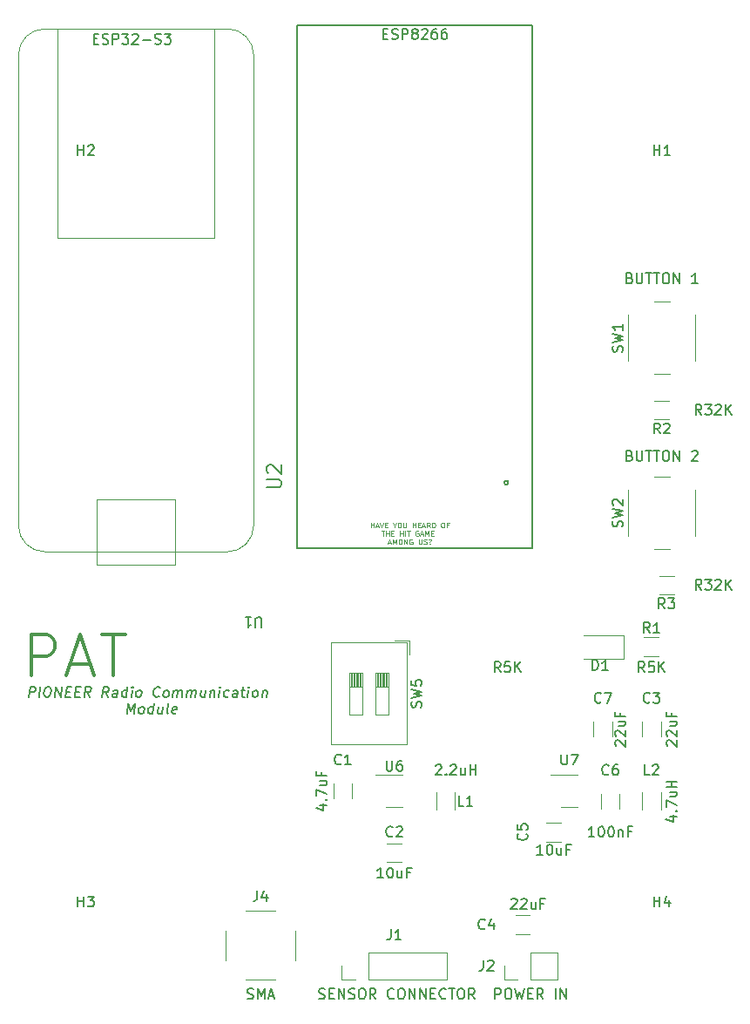
<source format=gbr>
%TF.GenerationSoftware,KiCad,Pcbnew,(6.0.10-0)*%
%TF.CreationDate,2023-01-18T17:38:16-08:00*%
%TF.ProjectId,Pioneer Controller V2,50696f6e-6565-4722-9043-6f6e74726f6c,rev?*%
%TF.SameCoordinates,Original*%
%TF.FileFunction,Legend,Top*%
%TF.FilePolarity,Positive*%
%FSLAX46Y46*%
G04 Gerber Fmt 4.6, Leading zero omitted, Abs format (unit mm)*
G04 Created by KiCad (PCBNEW (6.0.10-0)) date 2023-01-18 17:38:16*
%MOMM*%
%LPD*%
G01*
G04 APERTURE LIST*
%ADD10C,0.150000*%
%ADD11C,0.300000*%
%ADD12C,0.125000*%
%ADD13C,0.120000*%
%ADD14C,0.127000*%
%ADD15C,0.203200*%
G04 APERTURE END LIST*
D10*
X76797619Y-118202380D02*
X76797619Y-117202380D01*
X77178571Y-117202380D01*
X77273809Y-117250000D01*
X77321428Y-117297619D01*
X77369047Y-117392857D01*
X77369047Y-117535714D01*
X77321428Y-117630952D01*
X77273809Y-117678571D01*
X77178571Y-117726190D01*
X76797619Y-117726190D01*
X77988095Y-117202380D02*
X78178571Y-117202380D01*
X78273809Y-117250000D01*
X78369047Y-117345238D01*
X78416666Y-117535714D01*
X78416666Y-117869047D01*
X78369047Y-118059523D01*
X78273809Y-118154761D01*
X78178571Y-118202380D01*
X77988095Y-118202380D01*
X77892857Y-118154761D01*
X77797619Y-118059523D01*
X77750000Y-117869047D01*
X77750000Y-117535714D01*
X77797619Y-117345238D01*
X77892857Y-117250000D01*
X77988095Y-117202380D01*
X78750000Y-117202380D02*
X78988095Y-118202380D01*
X79178571Y-117488095D01*
X79369047Y-118202380D01*
X79607142Y-117202380D01*
X79988095Y-117678571D02*
X80321428Y-117678571D01*
X80464285Y-118202380D02*
X79988095Y-118202380D01*
X79988095Y-117202380D01*
X80464285Y-117202380D01*
X81464285Y-118202380D02*
X81130952Y-117726190D01*
X80892857Y-118202380D02*
X80892857Y-117202380D01*
X81273809Y-117202380D01*
X81369047Y-117250000D01*
X81416666Y-117297619D01*
X81464285Y-117392857D01*
X81464285Y-117535714D01*
X81416666Y-117630952D01*
X81369047Y-117678571D01*
X81273809Y-117726190D01*
X80892857Y-117726190D01*
X82654761Y-118202380D02*
X82654761Y-117202380D01*
X83130952Y-118202380D02*
X83130952Y-117202380D01*
X83702380Y-118202380D01*
X83702380Y-117202380D01*
X59678571Y-118154761D02*
X59821428Y-118202380D01*
X60059523Y-118202380D01*
X60154761Y-118154761D01*
X60202380Y-118107142D01*
X60250000Y-118011904D01*
X60250000Y-117916666D01*
X60202380Y-117821428D01*
X60154761Y-117773809D01*
X60059523Y-117726190D01*
X59869047Y-117678571D01*
X59773809Y-117630952D01*
X59726190Y-117583333D01*
X59678571Y-117488095D01*
X59678571Y-117392857D01*
X59726190Y-117297619D01*
X59773809Y-117250000D01*
X59869047Y-117202380D01*
X60107142Y-117202380D01*
X60250000Y-117250000D01*
X60678571Y-117678571D02*
X61011904Y-117678571D01*
X61154761Y-118202380D02*
X60678571Y-118202380D01*
X60678571Y-117202380D01*
X61154761Y-117202380D01*
X61583333Y-118202380D02*
X61583333Y-117202380D01*
X62154761Y-118202380D01*
X62154761Y-117202380D01*
X62583333Y-118154761D02*
X62726190Y-118202380D01*
X62964285Y-118202380D01*
X63059523Y-118154761D01*
X63107142Y-118107142D01*
X63154761Y-118011904D01*
X63154761Y-117916666D01*
X63107142Y-117821428D01*
X63059523Y-117773809D01*
X62964285Y-117726190D01*
X62773809Y-117678571D01*
X62678571Y-117630952D01*
X62630952Y-117583333D01*
X62583333Y-117488095D01*
X62583333Y-117392857D01*
X62630952Y-117297619D01*
X62678571Y-117250000D01*
X62773809Y-117202380D01*
X63011904Y-117202380D01*
X63154761Y-117250000D01*
X63773809Y-117202380D02*
X63964285Y-117202380D01*
X64059523Y-117250000D01*
X64154761Y-117345238D01*
X64202380Y-117535714D01*
X64202380Y-117869047D01*
X64154761Y-118059523D01*
X64059523Y-118154761D01*
X63964285Y-118202380D01*
X63773809Y-118202380D01*
X63678571Y-118154761D01*
X63583333Y-118059523D01*
X63535714Y-117869047D01*
X63535714Y-117535714D01*
X63583333Y-117345238D01*
X63678571Y-117250000D01*
X63773809Y-117202380D01*
X65202380Y-118202380D02*
X64869047Y-117726190D01*
X64630952Y-118202380D02*
X64630952Y-117202380D01*
X65011904Y-117202380D01*
X65107142Y-117250000D01*
X65154761Y-117297619D01*
X65202380Y-117392857D01*
X65202380Y-117535714D01*
X65154761Y-117630952D01*
X65107142Y-117678571D01*
X65011904Y-117726190D01*
X64630952Y-117726190D01*
X66964285Y-118107142D02*
X66916666Y-118154761D01*
X66773809Y-118202380D01*
X66678571Y-118202380D01*
X66535714Y-118154761D01*
X66440476Y-118059523D01*
X66392857Y-117964285D01*
X66345238Y-117773809D01*
X66345238Y-117630952D01*
X66392857Y-117440476D01*
X66440476Y-117345238D01*
X66535714Y-117250000D01*
X66678571Y-117202380D01*
X66773809Y-117202380D01*
X66916666Y-117250000D01*
X66964285Y-117297619D01*
X67583333Y-117202380D02*
X67773809Y-117202380D01*
X67869047Y-117250000D01*
X67964285Y-117345238D01*
X68011904Y-117535714D01*
X68011904Y-117869047D01*
X67964285Y-118059523D01*
X67869047Y-118154761D01*
X67773809Y-118202380D01*
X67583333Y-118202380D01*
X67488095Y-118154761D01*
X67392857Y-118059523D01*
X67345238Y-117869047D01*
X67345238Y-117535714D01*
X67392857Y-117345238D01*
X67488095Y-117250000D01*
X67583333Y-117202380D01*
X68440476Y-118202380D02*
X68440476Y-117202380D01*
X69011904Y-118202380D01*
X69011904Y-117202380D01*
X69488095Y-118202380D02*
X69488095Y-117202380D01*
X70059523Y-118202380D01*
X70059523Y-117202380D01*
X70535714Y-117678571D02*
X70869047Y-117678571D01*
X71011904Y-118202380D02*
X70535714Y-118202380D01*
X70535714Y-117202380D01*
X71011904Y-117202380D01*
X72011904Y-118107142D02*
X71964285Y-118154761D01*
X71821428Y-118202380D01*
X71726190Y-118202380D01*
X71583333Y-118154761D01*
X71488095Y-118059523D01*
X71440476Y-117964285D01*
X71392857Y-117773809D01*
X71392857Y-117630952D01*
X71440476Y-117440476D01*
X71488095Y-117345238D01*
X71583333Y-117250000D01*
X71726190Y-117202380D01*
X71821428Y-117202380D01*
X71964285Y-117250000D01*
X72011904Y-117297619D01*
X72297619Y-117202380D02*
X72869047Y-117202380D01*
X72583333Y-118202380D02*
X72583333Y-117202380D01*
X73392857Y-117202380D02*
X73583333Y-117202380D01*
X73678571Y-117250000D01*
X73773809Y-117345238D01*
X73821428Y-117535714D01*
X73821428Y-117869047D01*
X73773809Y-118059523D01*
X73678571Y-118154761D01*
X73583333Y-118202380D01*
X73392857Y-118202380D01*
X73297619Y-118154761D01*
X73202380Y-118059523D01*
X73154761Y-117869047D01*
X73154761Y-117535714D01*
X73202380Y-117345238D01*
X73297619Y-117250000D01*
X73392857Y-117202380D01*
X74821428Y-118202380D02*
X74488095Y-117726190D01*
X74250000Y-118202380D02*
X74250000Y-117202380D01*
X74630952Y-117202380D01*
X74726190Y-117250000D01*
X74773809Y-117297619D01*
X74821428Y-117392857D01*
X74821428Y-117535714D01*
X74773809Y-117630952D01*
X74726190Y-117678571D01*
X74630952Y-117726190D01*
X74250000Y-117726190D01*
X37785714Y-24928571D02*
X38119047Y-24928571D01*
X38261904Y-25452380D02*
X37785714Y-25452380D01*
X37785714Y-24452380D01*
X38261904Y-24452380D01*
X38642857Y-25404761D02*
X38785714Y-25452380D01*
X39023809Y-25452380D01*
X39119047Y-25404761D01*
X39166666Y-25357142D01*
X39214285Y-25261904D01*
X39214285Y-25166666D01*
X39166666Y-25071428D01*
X39119047Y-25023809D01*
X39023809Y-24976190D01*
X38833333Y-24928571D01*
X38738095Y-24880952D01*
X38690476Y-24833333D01*
X38642857Y-24738095D01*
X38642857Y-24642857D01*
X38690476Y-24547619D01*
X38738095Y-24500000D01*
X38833333Y-24452380D01*
X39071428Y-24452380D01*
X39214285Y-24500000D01*
X39642857Y-25452380D02*
X39642857Y-24452380D01*
X40023809Y-24452380D01*
X40119047Y-24500000D01*
X40166666Y-24547619D01*
X40214285Y-24642857D01*
X40214285Y-24785714D01*
X40166666Y-24880952D01*
X40119047Y-24928571D01*
X40023809Y-24976190D01*
X39642857Y-24976190D01*
X40547619Y-24452380D02*
X41166666Y-24452380D01*
X40833333Y-24833333D01*
X40976190Y-24833333D01*
X41071428Y-24880952D01*
X41119047Y-24928571D01*
X41166666Y-25023809D01*
X41166666Y-25261904D01*
X41119047Y-25357142D01*
X41071428Y-25404761D01*
X40976190Y-25452380D01*
X40690476Y-25452380D01*
X40595238Y-25404761D01*
X40547619Y-25357142D01*
X41547619Y-24547619D02*
X41595238Y-24500000D01*
X41690476Y-24452380D01*
X41928571Y-24452380D01*
X42023809Y-24500000D01*
X42071428Y-24547619D01*
X42119047Y-24642857D01*
X42119047Y-24738095D01*
X42071428Y-24880952D01*
X41500000Y-25452380D01*
X42119047Y-25452380D01*
X42547619Y-25071428D02*
X43309523Y-25071428D01*
X43738095Y-25404761D02*
X43880952Y-25452380D01*
X44119047Y-25452380D01*
X44214285Y-25404761D01*
X44261904Y-25357142D01*
X44309523Y-25261904D01*
X44309523Y-25166666D01*
X44261904Y-25071428D01*
X44214285Y-25023809D01*
X44119047Y-24976190D01*
X43928571Y-24928571D01*
X43833333Y-24880952D01*
X43785714Y-24833333D01*
X43738095Y-24738095D01*
X43738095Y-24642857D01*
X43785714Y-24547619D01*
X43833333Y-24500000D01*
X43928571Y-24452380D01*
X44166666Y-24452380D01*
X44309523Y-24500000D01*
X44642857Y-24452380D02*
X45261904Y-24452380D01*
X44928571Y-24833333D01*
X45071428Y-24833333D01*
X45166666Y-24880952D01*
X45214285Y-24928571D01*
X45261904Y-25023809D01*
X45261904Y-25261904D01*
X45214285Y-25357142D01*
X45166666Y-25404761D01*
X45071428Y-25452380D01*
X44785714Y-25452380D01*
X44690476Y-25404761D01*
X44642857Y-25357142D01*
D11*
X31714285Y-86809523D02*
X31714285Y-82809523D01*
X33238095Y-82809523D01*
X33619047Y-83000000D01*
X33809523Y-83190476D01*
X34000000Y-83571428D01*
X34000000Y-84142857D01*
X33809523Y-84523809D01*
X33619047Y-84714285D01*
X33238095Y-84904761D01*
X31714285Y-84904761D01*
X35523809Y-85666666D02*
X37428571Y-85666666D01*
X35142857Y-86809523D02*
X36476190Y-82809523D01*
X37809523Y-86809523D01*
X38571428Y-82809523D02*
X40857142Y-82809523D01*
X39714285Y-86809523D02*
X39714285Y-82809523D01*
D10*
X89880952Y-65428571D02*
X90023809Y-65476190D01*
X90071428Y-65523809D01*
X90119047Y-65619047D01*
X90119047Y-65761904D01*
X90071428Y-65857142D01*
X90023809Y-65904761D01*
X89928571Y-65952380D01*
X89547619Y-65952380D01*
X89547619Y-64952380D01*
X89880952Y-64952380D01*
X89976190Y-65000000D01*
X90023809Y-65047619D01*
X90071428Y-65142857D01*
X90071428Y-65238095D01*
X90023809Y-65333333D01*
X89976190Y-65380952D01*
X89880952Y-65428571D01*
X89547619Y-65428571D01*
X90547619Y-64952380D02*
X90547619Y-65761904D01*
X90595238Y-65857142D01*
X90642857Y-65904761D01*
X90738095Y-65952380D01*
X90928571Y-65952380D01*
X91023809Y-65904761D01*
X91071428Y-65857142D01*
X91119047Y-65761904D01*
X91119047Y-64952380D01*
X91452380Y-64952380D02*
X92023809Y-64952380D01*
X91738095Y-65952380D02*
X91738095Y-64952380D01*
X92214285Y-64952380D02*
X92785714Y-64952380D01*
X92500000Y-65952380D02*
X92500000Y-64952380D01*
X93309523Y-64952380D02*
X93500000Y-64952380D01*
X93595238Y-65000000D01*
X93690476Y-65095238D01*
X93738095Y-65285714D01*
X93738095Y-65619047D01*
X93690476Y-65809523D01*
X93595238Y-65904761D01*
X93500000Y-65952380D01*
X93309523Y-65952380D01*
X93214285Y-65904761D01*
X93119047Y-65809523D01*
X93071428Y-65619047D01*
X93071428Y-65285714D01*
X93119047Y-65095238D01*
X93214285Y-65000000D01*
X93309523Y-64952380D01*
X94166666Y-65952380D02*
X94166666Y-64952380D01*
X94738095Y-65952380D01*
X94738095Y-64952380D01*
X95928571Y-65047619D02*
X95976190Y-65000000D01*
X96071428Y-64952380D01*
X96309523Y-64952380D01*
X96404761Y-65000000D01*
X96452380Y-65047619D01*
X96500000Y-65142857D01*
X96500000Y-65238095D01*
X96452380Y-65380952D01*
X95880952Y-65952380D01*
X96500000Y-65952380D01*
X81428571Y-104202380D02*
X80857142Y-104202380D01*
X81142857Y-104202380D02*
X81142857Y-103202380D01*
X81047619Y-103345238D01*
X80952380Y-103440476D01*
X80857142Y-103488095D01*
X82047619Y-103202380D02*
X82142857Y-103202380D01*
X82238095Y-103250000D01*
X82285714Y-103297619D01*
X82333333Y-103392857D01*
X82380952Y-103583333D01*
X82380952Y-103821428D01*
X82333333Y-104011904D01*
X82285714Y-104107142D01*
X82238095Y-104154761D01*
X82142857Y-104202380D01*
X82047619Y-104202380D01*
X81952380Y-104154761D01*
X81904761Y-104107142D01*
X81857142Y-104011904D01*
X81809523Y-103821428D01*
X81809523Y-103583333D01*
X81857142Y-103392857D01*
X81904761Y-103297619D01*
X81952380Y-103250000D01*
X82047619Y-103202380D01*
X83238095Y-103535714D02*
X83238095Y-104202380D01*
X82809523Y-103535714D02*
X82809523Y-104059523D01*
X82857142Y-104154761D01*
X82952380Y-104202380D01*
X83095238Y-104202380D01*
X83190476Y-104154761D01*
X83238095Y-104107142D01*
X84047619Y-103678571D02*
X83714285Y-103678571D01*
X83714285Y-104202380D02*
X83714285Y-103202380D01*
X84190476Y-103202380D01*
X78357142Y-108547619D02*
X78404761Y-108500000D01*
X78500000Y-108452380D01*
X78738095Y-108452380D01*
X78833333Y-108500000D01*
X78880952Y-108547619D01*
X78928571Y-108642857D01*
X78928571Y-108738095D01*
X78880952Y-108880952D01*
X78309523Y-109452380D01*
X78928571Y-109452380D01*
X79309523Y-108547619D02*
X79357142Y-108500000D01*
X79452380Y-108452380D01*
X79690476Y-108452380D01*
X79785714Y-108500000D01*
X79833333Y-108547619D01*
X79880952Y-108642857D01*
X79880952Y-108738095D01*
X79833333Y-108880952D01*
X79261904Y-109452380D01*
X79880952Y-109452380D01*
X80738095Y-108785714D02*
X80738095Y-109452380D01*
X80309523Y-108785714D02*
X80309523Y-109309523D01*
X80357142Y-109404761D01*
X80452380Y-109452380D01*
X80595238Y-109452380D01*
X80690476Y-109404761D01*
X80738095Y-109357142D01*
X81547619Y-108928571D02*
X81214285Y-108928571D01*
X81214285Y-109452380D02*
X81214285Y-108452380D01*
X81690476Y-108452380D01*
X89880952Y-48178571D02*
X90023809Y-48226190D01*
X90071428Y-48273809D01*
X90119047Y-48369047D01*
X90119047Y-48511904D01*
X90071428Y-48607142D01*
X90023809Y-48654761D01*
X89928571Y-48702380D01*
X89547619Y-48702380D01*
X89547619Y-47702380D01*
X89880952Y-47702380D01*
X89976190Y-47750000D01*
X90023809Y-47797619D01*
X90071428Y-47892857D01*
X90071428Y-47988095D01*
X90023809Y-48083333D01*
X89976190Y-48130952D01*
X89880952Y-48178571D01*
X89547619Y-48178571D01*
X90547619Y-47702380D02*
X90547619Y-48511904D01*
X90595238Y-48607142D01*
X90642857Y-48654761D01*
X90738095Y-48702380D01*
X90928571Y-48702380D01*
X91023809Y-48654761D01*
X91071428Y-48607142D01*
X91119047Y-48511904D01*
X91119047Y-47702380D01*
X91452380Y-47702380D02*
X92023809Y-47702380D01*
X91738095Y-48702380D02*
X91738095Y-47702380D01*
X92214285Y-47702380D02*
X92785714Y-47702380D01*
X92500000Y-48702380D02*
X92500000Y-47702380D01*
X93309523Y-47702380D02*
X93500000Y-47702380D01*
X93595238Y-47750000D01*
X93690476Y-47845238D01*
X93738095Y-48035714D01*
X93738095Y-48369047D01*
X93690476Y-48559523D01*
X93595238Y-48654761D01*
X93500000Y-48702380D01*
X93309523Y-48702380D01*
X93214285Y-48654761D01*
X93119047Y-48559523D01*
X93071428Y-48369047D01*
X93071428Y-48035714D01*
X93119047Y-47845238D01*
X93214285Y-47750000D01*
X93309523Y-47702380D01*
X94166666Y-48702380D02*
X94166666Y-47702380D01*
X94738095Y-48702380D01*
X94738095Y-47702380D01*
X96500000Y-48702380D02*
X95928571Y-48702380D01*
X96214285Y-48702380D02*
X96214285Y-47702380D01*
X96119047Y-47845238D01*
X96023809Y-47940476D01*
X95928571Y-47988095D01*
X52714285Y-118154761D02*
X52857142Y-118202380D01*
X53095238Y-118202380D01*
X53190476Y-118154761D01*
X53238095Y-118107142D01*
X53285714Y-118011904D01*
X53285714Y-117916666D01*
X53238095Y-117821428D01*
X53190476Y-117773809D01*
X53095238Y-117726190D01*
X52904761Y-117678571D01*
X52809523Y-117630952D01*
X52761904Y-117583333D01*
X52714285Y-117488095D01*
X52714285Y-117392857D01*
X52761904Y-117297619D01*
X52809523Y-117250000D01*
X52904761Y-117202380D01*
X53142857Y-117202380D01*
X53285714Y-117250000D01*
X53714285Y-118202380D02*
X53714285Y-117202380D01*
X54047619Y-117916666D01*
X54380952Y-117202380D01*
X54380952Y-118202380D01*
X54809523Y-117916666D02*
X55285714Y-117916666D01*
X54714285Y-118202380D02*
X55047619Y-117202380D01*
X55380952Y-118202380D01*
X65904761Y-24428571D02*
X66238095Y-24428571D01*
X66380952Y-24952380D02*
X65904761Y-24952380D01*
X65904761Y-23952380D01*
X66380952Y-23952380D01*
X66761904Y-24904761D02*
X66904761Y-24952380D01*
X67142857Y-24952380D01*
X67238095Y-24904761D01*
X67285714Y-24857142D01*
X67333333Y-24761904D01*
X67333333Y-24666666D01*
X67285714Y-24571428D01*
X67238095Y-24523809D01*
X67142857Y-24476190D01*
X66952380Y-24428571D01*
X66857142Y-24380952D01*
X66809523Y-24333333D01*
X66761904Y-24238095D01*
X66761904Y-24142857D01*
X66809523Y-24047619D01*
X66857142Y-24000000D01*
X66952380Y-23952380D01*
X67190476Y-23952380D01*
X67333333Y-24000000D01*
X67761904Y-24952380D02*
X67761904Y-23952380D01*
X68142857Y-23952380D01*
X68238095Y-24000000D01*
X68285714Y-24047619D01*
X68333333Y-24142857D01*
X68333333Y-24285714D01*
X68285714Y-24380952D01*
X68238095Y-24428571D01*
X68142857Y-24476190D01*
X67761904Y-24476190D01*
X68904761Y-24380952D02*
X68809523Y-24333333D01*
X68761904Y-24285714D01*
X68714285Y-24190476D01*
X68714285Y-24142857D01*
X68761904Y-24047619D01*
X68809523Y-24000000D01*
X68904761Y-23952380D01*
X69095238Y-23952380D01*
X69190476Y-24000000D01*
X69238095Y-24047619D01*
X69285714Y-24142857D01*
X69285714Y-24190476D01*
X69238095Y-24285714D01*
X69190476Y-24333333D01*
X69095238Y-24380952D01*
X68904761Y-24380952D01*
X68809523Y-24428571D01*
X68761904Y-24476190D01*
X68714285Y-24571428D01*
X68714285Y-24761904D01*
X68761904Y-24857142D01*
X68809523Y-24904761D01*
X68904761Y-24952380D01*
X69095238Y-24952380D01*
X69190476Y-24904761D01*
X69238095Y-24857142D01*
X69285714Y-24761904D01*
X69285714Y-24571428D01*
X69238095Y-24476190D01*
X69190476Y-24428571D01*
X69095238Y-24380952D01*
X69666666Y-24047619D02*
X69714285Y-24000000D01*
X69809523Y-23952380D01*
X70047619Y-23952380D01*
X70142857Y-24000000D01*
X70190476Y-24047619D01*
X70238095Y-24142857D01*
X70238095Y-24238095D01*
X70190476Y-24380952D01*
X69619047Y-24952380D01*
X70238095Y-24952380D01*
X71095238Y-23952380D02*
X70904761Y-23952380D01*
X70809523Y-24000000D01*
X70761904Y-24047619D01*
X70666666Y-24190476D01*
X70619047Y-24380952D01*
X70619047Y-24761904D01*
X70666666Y-24857142D01*
X70714285Y-24904761D01*
X70809523Y-24952380D01*
X71000000Y-24952380D01*
X71095238Y-24904761D01*
X71142857Y-24857142D01*
X71190476Y-24761904D01*
X71190476Y-24523809D01*
X71142857Y-24428571D01*
X71095238Y-24380952D01*
X71000000Y-24333333D01*
X70809523Y-24333333D01*
X70714285Y-24380952D01*
X70666666Y-24428571D01*
X70619047Y-24523809D01*
X72047619Y-23952380D02*
X71857142Y-23952380D01*
X71761904Y-24000000D01*
X71714285Y-24047619D01*
X71619047Y-24190476D01*
X71571428Y-24380952D01*
X71571428Y-24761904D01*
X71619047Y-24857142D01*
X71666666Y-24904761D01*
X71761904Y-24952380D01*
X71952380Y-24952380D01*
X72047619Y-24904761D01*
X72095238Y-24857142D01*
X72142857Y-24761904D01*
X72142857Y-24523809D01*
X72095238Y-24428571D01*
X72047619Y-24380952D01*
X71952380Y-24333333D01*
X71761904Y-24333333D01*
X71666666Y-24380952D01*
X71619047Y-24428571D01*
X71571428Y-24523809D01*
X65928571Y-106452380D02*
X65357142Y-106452380D01*
X65642857Y-106452380D02*
X65642857Y-105452380D01*
X65547619Y-105595238D01*
X65452380Y-105690476D01*
X65357142Y-105738095D01*
X66547619Y-105452380D02*
X66642857Y-105452380D01*
X66738095Y-105500000D01*
X66785714Y-105547619D01*
X66833333Y-105642857D01*
X66880952Y-105833333D01*
X66880952Y-106071428D01*
X66833333Y-106261904D01*
X66785714Y-106357142D01*
X66738095Y-106404761D01*
X66642857Y-106452380D01*
X66547619Y-106452380D01*
X66452380Y-106404761D01*
X66404761Y-106357142D01*
X66357142Y-106261904D01*
X66309523Y-106071428D01*
X66309523Y-105833333D01*
X66357142Y-105642857D01*
X66404761Y-105547619D01*
X66452380Y-105500000D01*
X66547619Y-105452380D01*
X67738095Y-105785714D02*
X67738095Y-106452380D01*
X67309523Y-105785714D02*
X67309523Y-106309523D01*
X67357142Y-106404761D01*
X67452380Y-106452380D01*
X67595238Y-106452380D01*
X67690476Y-106404761D01*
X67738095Y-106357142D01*
X68547619Y-105928571D02*
X68214285Y-105928571D01*
X68214285Y-106452380D02*
X68214285Y-105452380D01*
X68690476Y-105452380D01*
X88547619Y-93642857D02*
X88500000Y-93595238D01*
X88452380Y-93500000D01*
X88452380Y-93261904D01*
X88500000Y-93166666D01*
X88547619Y-93119047D01*
X88642857Y-93071428D01*
X88738095Y-93071428D01*
X88880952Y-93119047D01*
X89452380Y-93690476D01*
X89452380Y-93071428D01*
X88547619Y-92690476D02*
X88500000Y-92642857D01*
X88452380Y-92547619D01*
X88452380Y-92309523D01*
X88500000Y-92214285D01*
X88547619Y-92166666D01*
X88642857Y-92119047D01*
X88738095Y-92119047D01*
X88880952Y-92166666D01*
X89452380Y-92738095D01*
X89452380Y-92119047D01*
X88785714Y-91261904D02*
X89452380Y-91261904D01*
X88785714Y-91690476D02*
X89309523Y-91690476D01*
X89404761Y-91642857D01*
X89452380Y-91547619D01*
X89452380Y-91404761D01*
X89404761Y-91309523D01*
X89357142Y-91261904D01*
X88928571Y-90452380D02*
X88928571Y-90785714D01*
X89452380Y-90785714D02*
X88452380Y-90785714D01*
X88452380Y-90309523D01*
X77333333Y-86452380D02*
X77000000Y-85976190D01*
X76761904Y-86452380D02*
X76761904Y-85452380D01*
X77142857Y-85452380D01*
X77238095Y-85500000D01*
X77285714Y-85547619D01*
X77333333Y-85642857D01*
X77333333Y-85785714D01*
X77285714Y-85880952D01*
X77238095Y-85928571D01*
X77142857Y-85976190D01*
X76761904Y-85976190D01*
X78238095Y-85452380D02*
X77761904Y-85452380D01*
X77714285Y-85928571D01*
X77761904Y-85880952D01*
X77857142Y-85833333D01*
X78095238Y-85833333D01*
X78190476Y-85880952D01*
X78238095Y-85928571D01*
X78285714Y-86023809D01*
X78285714Y-86261904D01*
X78238095Y-86357142D01*
X78190476Y-86404761D01*
X78095238Y-86452380D01*
X77857142Y-86452380D01*
X77761904Y-86404761D01*
X77714285Y-86357142D01*
X78714285Y-86452380D02*
X78714285Y-85452380D01*
X79285714Y-86452380D02*
X78857142Y-85880952D01*
X79285714Y-85452380D02*
X78714285Y-86023809D01*
X93547619Y-93642857D02*
X93500000Y-93595238D01*
X93452380Y-93500000D01*
X93452380Y-93261904D01*
X93500000Y-93166666D01*
X93547619Y-93119047D01*
X93642857Y-93071428D01*
X93738095Y-93071428D01*
X93880952Y-93119047D01*
X94452380Y-93690476D01*
X94452380Y-93071428D01*
X93547619Y-92690476D02*
X93500000Y-92642857D01*
X93452380Y-92547619D01*
X93452380Y-92309523D01*
X93500000Y-92214285D01*
X93547619Y-92166666D01*
X93642857Y-92119047D01*
X93738095Y-92119047D01*
X93880952Y-92166666D01*
X94452380Y-92738095D01*
X94452380Y-92119047D01*
X93785714Y-91261904D02*
X94452380Y-91261904D01*
X93785714Y-91690476D02*
X94309523Y-91690476D01*
X94404761Y-91642857D01*
X94452380Y-91547619D01*
X94452380Y-91404761D01*
X94404761Y-91309523D01*
X94357142Y-91261904D01*
X93928571Y-90452380D02*
X93928571Y-90785714D01*
X94452380Y-90785714D02*
X93452380Y-90785714D01*
X93452380Y-90309523D01*
X93785714Y-100500000D02*
X94452380Y-100500000D01*
X93404761Y-100738095D02*
X94119047Y-100976190D01*
X94119047Y-100357142D01*
X94357142Y-99976190D02*
X94404761Y-99928571D01*
X94452380Y-99976190D01*
X94404761Y-100023809D01*
X94357142Y-99976190D01*
X94452380Y-99976190D01*
X93452380Y-99595238D02*
X93452380Y-98928571D01*
X94452380Y-99357142D01*
X93785714Y-98119047D02*
X94452380Y-98119047D01*
X93785714Y-98547619D02*
X94309523Y-98547619D01*
X94404761Y-98500000D01*
X94452380Y-98404761D01*
X94452380Y-98261904D01*
X94404761Y-98166666D01*
X94357142Y-98119047D01*
X94452380Y-97642857D02*
X93452380Y-97642857D01*
X93928571Y-97642857D02*
X93928571Y-97071428D01*
X94452380Y-97071428D02*
X93452380Y-97071428D01*
D12*
X64714285Y-72421190D02*
X64714285Y-71921190D01*
X64714285Y-72159285D02*
X65000000Y-72159285D01*
X65000000Y-72421190D02*
X65000000Y-71921190D01*
X65214285Y-72278333D02*
X65452380Y-72278333D01*
X65166666Y-72421190D02*
X65333333Y-71921190D01*
X65500000Y-72421190D01*
X65595238Y-71921190D02*
X65761904Y-72421190D01*
X65928571Y-71921190D01*
X66095238Y-72159285D02*
X66261904Y-72159285D01*
X66333333Y-72421190D02*
X66095238Y-72421190D01*
X66095238Y-71921190D01*
X66333333Y-71921190D01*
X67023809Y-72183095D02*
X67023809Y-72421190D01*
X66857142Y-71921190D02*
X67023809Y-72183095D01*
X67190476Y-71921190D01*
X67452380Y-71921190D02*
X67547619Y-71921190D01*
X67595238Y-71945000D01*
X67642857Y-71992619D01*
X67666666Y-72087857D01*
X67666666Y-72254523D01*
X67642857Y-72349761D01*
X67595238Y-72397380D01*
X67547619Y-72421190D01*
X67452380Y-72421190D01*
X67404761Y-72397380D01*
X67357142Y-72349761D01*
X67333333Y-72254523D01*
X67333333Y-72087857D01*
X67357142Y-71992619D01*
X67404761Y-71945000D01*
X67452380Y-71921190D01*
X67880952Y-71921190D02*
X67880952Y-72325952D01*
X67904761Y-72373571D01*
X67928571Y-72397380D01*
X67976190Y-72421190D01*
X68071428Y-72421190D01*
X68119047Y-72397380D01*
X68142857Y-72373571D01*
X68166666Y-72325952D01*
X68166666Y-71921190D01*
X68785714Y-72421190D02*
X68785714Y-71921190D01*
X68785714Y-72159285D02*
X69071428Y-72159285D01*
X69071428Y-72421190D02*
X69071428Y-71921190D01*
X69309523Y-72159285D02*
X69476190Y-72159285D01*
X69547619Y-72421190D02*
X69309523Y-72421190D01*
X69309523Y-71921190D01*
X69547619Y-71921190D01*
X69738095Y-72278333D02*
X69976190Y-72278333D01*
X69690476Y-72421190D02*
X69857142Y-71921190D01*
X70023809Y-72421190D01*
X70476190Y-72421190D02*
X70309523Y-72183095D01*
X70190476Y-72421190D02*
X70190476Y-71921190D01*
X70380952Y-71921190D01*
X70428571Y-71945000D01*
X70452380Y-71968809D01*
X70476190Y-72016428D01*
X70476190Y-72087857D01*
X70452380Y-72135476D01*
X70428571Y-72159285D01*
X70380952Y-72183095D01*
X70190476Y-72183095D01*
X70690476Y-72421190D02*
X70690476Y-71921190D01*
X70809523Y-71921190D01*
X70880952Y-71945000D01*
X70928571Y-71992619D01*
X70952380Y-72040238D01*
X70976190Y-72135476D01*
X70976190Y-72206904D01*
X70952380Y-72302142D01*
X70928571Y-72349761D01*
X70880952Y-72397380D01*
X70809523Y-72421190D01*
X70690476Y-72421190D01*
X71666666Y-71921190D02*
X71761904Y-71921190D01*
X71809523Y-71945000D01*
X71857142Y-71992619D01*
X71880952Y-72087857D01*
X71880952Y-72254523D01*
X71857142Y-72349761D01*
X71809523Y-72397380D01*
X71761904Y-72421190D01*
X71666666Y-72421190D01*
X71619047Y-72397380D01*
X71571428Y-72349761D01*
X71547619Y-72254523D01*
X71547619Y-72087857D01*
X71571428Y-71992619D01*
X71619047Y-71945000D01*
X71666666Y-71921190D01*
X72261904Y-72159285D02*
X72095238Y-72159285D01*
X72095238Y-72421190D02*
X72095238Y-71921190D01*
X72333333Y-71921190D01*
X65750000Y-72726190D02*
X66035714Y-72726190D01*
X65892857Y-73226190D02*
X65892857Y-72726190D01*
X66202380Y-73226190D02*
X66202380Y-72726190D01*
X66202380Y-72964285D02*
X66488095Y-72964285D01*
X66488095Y-73226190D02*
X66488095Y-72726190D01*
X66726190Y-72964285D02*
X66892857Y-72964285D01*
X66964285Y-73226190D02*
X66726190Y-73226190D01*
X66726190Y-72726190D01*
X66964285Y-72726190D01*
X67559523Y-73226190D02*
X67559523Y-72726190D01*
X67559523Y-72964285D02*
X67845238Y-72964285D01*
X67845238Y-73226190D02*
X67845238Y-72726190D01*
X68083333Y-73226190D02*
X68083333Y-72726190D01*
X68250000Y-72726190D02*
X68535714Y-72726190D01*
X68392857Y-73226190D02*
X68392857Y-72726190D01*
X69345238Y-72750000D02*
X69297619Y-72726190D01*
X69226190Y-72726190D01*
X69154761Y-72750000D01*
X69107142Y-72797619D01*
X69083333Y-72845238D01*
X69059523Y-72940476D01*
X69059523Y-73011904D01*
X69083333Y-73107142D01*
X69107142Y-73154761D01*
X69154761Y-73202380D01*
X69226190Y-73226190D01*
X69273809Y-73226190D01*
X69345238Y-73202380D01*
X69369047Y-73178571D01*
X69369047Y-73011904D01*
X69273809Y-73011904D01*
X69559523Y-73083333D02*
X69797619Y-73083333D01*
X69511904Y-73226190D02*
X69678571Y-72726190D01*
X69845238Y-73226190D01*
X70011904Y-73226190D02*
X70011904Y-72726190D01*
X70178571Y-73083333D01*
X70345238Y-72726190D01*
X70345238Y-73226190D01*
X70583333Y-72964285D02*
X70750000Y-72964285D01*
X70821428Y-73226190D02*
X70583333Y-73226190D01*
X70583333Y-72726190D01*
X70821428Y-72726190D01*
X66416666Y-73888333D02*
X66654761Y-73888333D01*
X66369047Y-74031190D02*
X66535714Y-73531190D01*
X66702380Y-74031190D01*
X66869047Y-74031190D02*
X66869047Y-73531190D01*
X67035714Y-73888333D01*
X67202380Y-73531190D01*
X67202380Y-74031190D01*
X67535714Y-73531190D02*
X67630952Y-73531190D01*
X67678571Y-73555000D01*
X67726190Y-73602619D01*
X67750000Y-73697857D01*
X67750000Y-73864523D01*
X67726190Y-73959761D01*
X67678571Y-74007380D01*
X67630952Y-74031190D01*
X67535714Y-74031190D01*
X67488095Y-74007380D01*
X67440476Y-73959761D01*
X67416666Y-73864523D01*
X67416666Y-73697857D01*
X67440476Y-73602619D01*
X67488095Y-73555000D01*
X67535714Y-73531190D01*
X67964285Y-74031190D02*
X67964285Y-73531190D01*
X68250000Y-74031190D01*
X68250000Y-73531190D01*
X68750000Y-73555000D02*
X68702380Y-73531190D01*
X68630952Y-73531190D01*
X68559523Y-73555000D01*
X68511904Y-73602619D01*
X68488095Y-73650238D01*
X68464285Y-73745476D01*
X68464285Y-73816904D01*
X68488095Y-73912142D01*
X68511904Y-73959761D01*
X68559523Y-74007380D01*
X68630952Y-74031190D01*
X68678571Y-74031190D01*
X68750000Y-74007380D01*
X68773809Y-73983571D01*
X68773809Y-73816904D01*
X68678571Y-73816904D01*
X69369047Y-73531190D02*
X69369047Y-73935952D01*
X69392857Y-73983571D01*
X69416666Y-74007380D01*
X69464285Y-74031190D01*
X69559523Y-74031190D01*
X69607142Y-74007380D01*
X69630952Y-73983571D01*
X69654761Y-73935952D01*
X69654761Y-73531190D01*
X69869047Y-74007380D02*
X69940476Y-74031190D01*
X70059523Y-74031190D01*
X70107142Y-74007380D01*
X70130952Y-73983571D01*
X70154761Y-73935952D01*
X70154761Y-73888333D01*
X70130952Y-73840714D01*
X70107142Y-73816904D01*
X70059523Y-73793095D01*
X69964285Y-73769285D01*
X69916666Y-73745476D01*
X69892857Y-73721666D01*
X69869047Y-73674047D01*
X69869047Y-73626428D01*
X69892857Y-73578809D01*
X69916666Y-73555000D01*
X69964285Y-73531190D01*
X70083333Y-73531190D01*
X70154761Y-73555000D01*
X70440476Y-73983571D02*
X70464285Y-74007380D01*
X70440476Y-74031190D01*
X70416666Y-74007380D01*
X70440476Y-73983571D01*
X70440476Y-74031190D01*
X70345238Y-73555000D02*
X70392857Y-73531190D01*
X70511904Y-73531190D01*
X70559523Y-73555000D01*
X70583333Y-73602619D01*
X70583333Y-73650238D01*
X70559523Y-73697857D01*
X70535714Y-73721666D01*
X70488095Y-73745476D01*
X70464285Y-73769285D01*
X70440476Y-73816904D01*
X70440476Y-73840714D01*
D10*
X31476755Y-88897380D02*
X31601755Y-87897380D01*
X31982708Y-87897380D01*
X32071994Y-87945000D01*
X32113660Y-87992619D01*
X32149375Y-88087857D01*
X32131517Y-88230714D01*
X32071994Y-88325952D01*
X32018422Y-88373571D01*
X31917232Y-88421190D01*
X31536279Y-88421190D01*
X32476755Y-88897380D02*
X32601755Y-87897380D01*
X33268422Y-87897380D02*
X33458898Y-87897380D01*
X33548184Y-87945000D01*
X33631517Y-88040238D01*
X33655327Y-88230714D01*
X33613660Y-88564047D01*
X33542232Y-88754523D01*
X33435089Y-88849761D01*
X33333898Y-88897380D01*
X33143422Y-88897380D01*
X33054136Y-88849761D01*
X32970803Y-88754523D01*
X32946994Y-88564047D01*
X32988660Y-88230714D01*
X33060089Y-88040238D01*
X33167232Y-87945000D01*
X33268422Y-87897380D01*
X34000565Y-88897380D02*
X34125565Y-87897380D01*
X34571994Y-88897380D01*
X34696994Y-87897380D01*
X35113660Y-88373571D02*
X35446994Y-88373571D01*
X35524375Y-88897380D02*
X35048184Y-88897380D01*
X35173184Y-87897380D01*
X35649375Y-87897380D01*
X36018422Y-88373571D02*
X36351755Y-88373571D01*
X36429136Y-88897380D02*
X35952946Y-88897380D01*
X36077946Y-87897380D01*
X36554136Y-87897380D01*
X37429136Y-88897380D02*
X37155327Y-88421190D01*
X36857708Y-88897380D02*
X36982708Y-87897380D01*
X37363660Y-87897380D01*
X37452946Y-87945000D01*
X37494613Y-87992619D01*
X37530327Y-88087857D01*
X37512470Y-88230714D01*
X37452946Y-88325952D01*
X37399375Y-88373571D01*
X37298184Y-88421190D01*
X36917232Y-88421190D01*
X39191041Y-88897380D02*
X38917232Y-88421190D01*
X38619613Y-88897380D02*
X38744613Y-87897380D01*
X39125565Y-87897380D01*
X39214851Y-87945000D01*
X39256517Y-87992619D01*
X39292232Y-88087857D01*
X39274375Y-88230714D01*
X39214851Y-88325952D01*
X39161279Y-88373571D01*
X39060089Y-88421190D01*
X38679136Y-88421190D01*
X40048184Y-88897380D02*
X40113660Y-88373571D01*
X40077946Y-88278333D01*
X39988660Y-88230714D01*
X39798184Y-88230714D01*
X39696994Y-88278333D01*
X40054136Y-88849761D02*
X39952946Y-88897380D01*
X39714851Y-88897380D01*
X39625565Y-88849761D01*
X39589851Y-88754523D01*
X39601755Y-88659285D01*
X39661279Y-88564047D01*
X39762470Y-88516428D01*
X40000565Y-88516428D01*
X40101755Y-88468809D01*
X40952946Y-88897380D02*
X41077946Y-87897380D01*
X40958898Y-88849761D02*
X40857708Y-88897380D01*
X40667232Y-88897380D01*
X40577946Y-88849761D01*
X40536279Y-88802142D01*
X40500565Y-88706904D01*
X40536279Y-88421190D01*
X40595803Y-88325952D01*
X40649375Y-88278333D01*
X40750565Y-88230714D01*
X40941041Y-88230714D01*
X41030327Y-88278333D01*
X41429136Y-88897380D02*
X41512470Y-88230714D01*
X41554136Y-87897380D02*
X41500565Y-87945000D01*
X41542232Y-87992619D01*
X41595803Y-87945000D01*
X41554136Y-87897380D01*
X41542232Y-87992619D01*
X42048184Y-88897380D02*
X41958898Y-88849761D01*
X41917232Y-88802142D01*
X41881517Y-88706904D01*
X41917232Y-88421190D01*
X41976755Y-88325952D01*
X42030327Y-88278333D01*
X42131517Y-88230714D01*
X42274375Y-88230714D01*
X42363660Y-88278333D01*
X42405327Y-88325952D01*
X42441041Y-88421190D01*
X42405327Y-88706904D01*
X42345803Y-88802142D01*
X42292232Y-88849761D01*
X42191041Y-88897380D01*
X42048184Y-88897380D01*
X44155327Y-88802142D02*
X44101755Y-88849761D01*
X43952946Y-88897380D01*
X43857708Y-88897380D01*
X43720803Y-88849761D01*
X43637470Y-88754523D01*
X43601755Y-88659285D01*
X43577946Y-88468809D01*
X43595803Y-88325952D01*
X43667232Y-88135476D01*
X43726755Y-88040238D01*
X43833898Y-87945000D01*
X43982708Y-87897380D01*
X44077946Y-87897380D01*
X44214851Y-87945000D01*
X44256517Y-87992619D01*
X44714851Y-88897380D02*
X44625565Y-88849761D01*
X44583898Y-88802142D01*
X44548184Y-88706904D01*
X44583898Y-88421190D01*
X44643422Y-88325952D01*
X44696994Y-88278333D01*
X44798184Y-88230714D01*
X44941041Y-88230714D01*
X45030327Y-88278333D01*
X45071994Y-88325952D01*
X45107708Y-88421190D01*
X45071994Y-88706904D01*
X45012470Y-88802142D01*
X44958898Y-88849761D01*
X44857708Y-88897380D01*
X44714851Y-88897380D01*
X45476755Y-88897380D02*
X45560089Y-88230714D01*
X45548184Y-88325952D02*
X45601755Y-88278333D01*
X45702946Y-88230714D01*
X45845803Y-88230714D01*
X45935089Y-88278333D01*
X45970803Y-88373571D01*
X45905327Y-88897380D01*
X45970803Y-88373571D02*
X46030327Y-88278333D01*
X46131517Y-88230714D01*
X46274375Y-88230714D01*
X46363660Y-88278333D01*
X46399375Y-88373571D01*
X46333898Y-88897380D01*
X46810089Y-88897380D02*
X46893422Y-88230714D01*
X46881517Y-88325952D02*
X46935089Y-88278333D01*
X47036279Y-88230714D01*
X47179136Y-88230714D01*
X47268422Y-88278333D01*
X47304136Y-88373571D01*
X47238660Y-88897380D01*
X47304136Y-88373571D02*
X47363660Y-88278333D01*
X47464851Y-88230714D01*
X47607708Y-88230714D01*
X47696994Y-88278333D01*
X47732708Y-88373571D01*
X47667232Y-88897380D01*
X48655327Y-88230714D02*
X48571994Y-88897380D01*
X48226755Y-88230714D02*
X48161279Y-88754523D01*
X48196994Y-88849761D01*
X48286279Y-88897380D01*
X48429136Y-88897380D01*
X48530327Y-88849761D01*
X48583898Y-88802142D01*
X49131517Y-88230714D02*
X49048184Y-88897380D01*
X49119613Y-88325952D02*
X49173184Y-88278333D01*
X49274375Y-88230714D01*
X49417232Y-88230714D01*
X49506517Y-88278333D01*
X49542232Y-88373571D01*
X49476755Y-88897380D01*
X49952946Y-88897380D02*
X50036279Y-88230714D01*
X50077946Y-87897380D02*
X50024375Y-87945000D01*
X50066041Y-87992619D01*
X50119613Y-87945000D01*
X50077946Y-87897380D01*
X50066041Y-87992619D01*
X50863660Y-88849761D02*
X50762470Y-88897380D01*
X50571994Y-88897380D01*
X50482708Y-88849761D01*
X50441041Y-88802142D01*
X50405327Y-88706904D01*
X50441041Y-88421190D01*
X50500565Y-88325952D01*
X50554136Y-88278333D01*
X50655327Y-88230714D01*
X50845803Y-88230714D01*
X50935089Y-88278333D01*
X51714851Y-88897380D02*
X51780327Y-88373571D01*
X51744613Y-88278333D01*
X51655327Y-88230714D01*
X51464851Y-88230714D01*
X51363660Y-88278333D01*
X51720803Y-88849761D02*
X51619613Y-88897380D01*
X51381517Y-88897380D01*
X51292232Y-88849761D01*
X51256517Y-88754523D01*
X51268422Y-88659285D01*
X51327946Y-88564047D01*
X51429136Y-88516428D01*
X51667232Y-88516428D01*
X51768422Y-88468809D01*
X52131517Y-88230714D02*
X52512470Y-88230714D01*
X52316041Y-87897380D02*
X52208898Y-88754523D01*
X52244613Y-88849761D01*
X52333898Y-88897380D01*
X52429136Y-88897380D01*
X52762470Y-88897380D02*
X52845803Y-88230714D01*
X52887470Y-87897380D02*
X52833898Y-87945000D01*
X52875565Y-87992619D01*
X52929136Y-87945000D01*
X52887470Y-87897380D01*
X52875565Y-87992619D01*
X53381517Y-88897380D02*
X53292232Y-88849761D01*
X53250565Y-88802142D01*
X53214851Y-88706904D01*
X53250565Y-88421190D01*
X53310089Y-88325952D01*
X53363660Y-88278333D01*
X53464851Y-88230714D01*
X53607708Y-88230714D01*
X53696994Y-88278333D01*
X53738660Y-88325952D01*
X53774375Y-88421190D01*
X53738660Y-88706904D01*
X53679136Y-88802142D01*
X53625565Y-88849761D01*
X53524375Y-88897380D01*
X53381517Y-88897380D01*
X54226755Y-88230714D02*
X54143422Y-88897380D01*
X54214851Y-88325952D02*
X54268422Y-88278333D01*
X54369613Y-88230714D01*
X54512470Y-88230714D01*
X54601755Y-88278333D01*
X54637470Y-88373571D01*
X54571994Y-88897380D01*
X41024375Y-90507380D02*
X41149375Y-89507380D01*
X41393422Y-90221666D01*
X41816041Y-89507380D01*
X41691041Y-90507380D01*
X42310089Y-90507380D02*
X42220803Y-90459761D01*
X42179136Y-90412142D01*
X42143422Y-90316904D01*
X42179136Y-90031190D01*
X42238660Y-89935952D01*
X42292232Y-89888333D01*
X42393422Y-89840714D01*
X42536279Y-89840714D01*
X42625565Y-89888333D01*
X42667232Y-89935952D01*
X42702946Y-90031190D01*
X42667232Y-90316904D01*
X42607708Y-90412142D01*
X42554136Y-90459761D01*
X42452946Y-90507380D01*
X42310089Y-90507380D01*
X43500565Y-90507380D02*
X43625565Y-89507380D01*
X43506517Y-90459761D02*
X43405327Y-90507380D01*
X43214851Y-90507380D01*
X43125565Y-90459761D01*
X43083898Y-90412142D01*
X43048184Y-90316904D01*
X43083898Y-90031190D01*
X43143422Y-89935952D01*
X43196994Y-89888333D01*
X43298184Y-89840714D01*
X43488660Y-89840714D01*
X43577946Y-89888333D01*
X44488660Y-89840714D02*
X44405327Y-90507380D01*
X44060089Y-89840714D02*
X43994613Y-90364523D01*
X44030327Y-90459761D01*
X44119613Y-90507380D01*
X44262470Y-90507380D01*
X44363660Y-90459761D01*
X44417232Y-90412142D01*
X45024375Y-90507380D02*
X44935089Y-90459761D01*
X44899375Y-90364523D01*
X45006517Y-89507380D01*
X45792232Y-90459761D02*
X45691041Y-90507380D01*
X45500565Y-90507380D01*
X45411279Y-90459761D01*
X45375565Y-90364523D01*
X45423184Y-89983571D01*
X45482708Y-89888333D01*
X45583898Y-89840714D01*
X45774375Y-89840714D01*
X45863660Y-89888333D01*
X45899375Y-89983571D01*
X45887470Y-90078809D01*
X45399375Y-90174047D01*
X86452380Y-102452380D02*
X85880952Y-102452380D01*
X86166666Y-102452380D02*
X86166666Y-101452380D01*
X86071428Y-101595238D01*
X85976190Y-101690476D01*
X85880952Y-101738095D01*
X87071428Y-101452380D02*
X87166666Y-101452380D01*
X87261904Y-101500000D01*
X87309523Y-101547619D01*
X87357142Y-101642857D01*
X87404761Y-101833333D01*
X87404761Y-102071428D01*
X87357142Y-102261904D01*
X87309523Y-102357142D01*
X87261904Y-102404761D01*
X87166666Y-102452380D01*
X87071428Y-102452380D01*
X86976190Y-102404761D01*
X86928571Y-102357142D01*
X86880952Y-102261904D01*
X86833333Y-102071428D01*
X86833333Y-101833333D01*
X86880952Y-101642857D01*
X86928571Y-101547619D01*
X86976190Y-101500000D01*
X87071428Y-101452380D01*
X88023809Y-101452380D02*
X88119047Y-101452380D01*
X88214285Y-101500000D01*
X88261904Y-101547619D01*
X88309523Y-101642857D01*
X88357142Y-101833333D01*
X88357142Y-102071428D01*
X88309523Y-102261904D01*
X88261904Y-102357142D01*
X88214285Y-102404761D01*
X88119047Y-102452380D01*
X88023809Y-102452380D01*
X87928571Y-102404761D01*
X87880952Y-102357142D01*
X87833333Y-102261904D01*
X87785714Y-102071428D01*
X87785714Y-101833333D01*
X87833333Y-101642857D01*
X87880952Y-101547619D01*
X87928571Y-101500000D01*
X88023809Y-101452380D01*
X88785714Y-101785714D02*
X88785714Y-102452380D01*
X88785714Y-101880952D02*
X88833333Y-101833333D01*
X88928571Y-101785714D01*
X89071428Y-101785714D01*
X89166666Y-101833333D01*
X89214285Y-101928571D01*
X89214285Y-102452380D01*
X90023809Y-101928571D02*
X89690476Y-101928571D01*
X89690476Y-102452380D02*
X89690476Y-101452380D01*
X90166666Y-101452380D01*
X59785714Y-99404761D02*
X60452380Y-99404761D01*
X59404761Y-99642857D02*
X60119047Y-99880952D01*
X60119047Y-99261904D01*
X60357142Y-98880952D02*
X60404761Y-98833333D01*
X60452380Y-98880952D01*
X60404761Y-98928571D01*
X60357142Y-98880952D01*
X60452380Y-98880952D01*
X59452380Y-98499999D02*
X59452380Y-97833333D01*
X60452380Y-98261904D01*
X59785714Y-97023809D02*
X60452380Y-97023809D01*
X59785714Y-97452380D02*
X60309523Y-97452380D01*
X60404761Y-97404761D01*
X60452380Y-97309523D01*
X60452380Y-97166666D01*
X60404761Y-97071428D01*
X60357142Y-97023809D01*
X59928571Y-96214285D02*
X59928571Y-96547619D01*
X60452380Y-96547619D02*
X59452380Y-96547619D01*
X59452380Y-96071428D01*
X91333333Y-86452380D02*
X91000000Y-85976190D01*
X90761904Y-86452380D02*
X90761904Y-85452380D01*
X91142857Y-85452380D01*
X91238095Y-85500000D01*
X91285714Y-85547619D01*
X91333333Y-85642857D01*
X91333333Y-85785714D01*
X91285714Y-85880952D01*
X91238095Y-85928571D01*
X91142857Y-85976190D01*
X90761904Y-85976190D01*
X92238095Y-85452380D02*
X91761904Y-85452380D01*
X91714285Y-85928571D01*
X91761904Y-85880952D01*
X91857142Y-85833333D01*
X92095238Y-85833333D01*
X92190476Y-85880952D01*
X92238095Y-85928571D01*
X92285714Y-86023809D01*
X92285714Y-86261904D01*
X92238095Y-86357142D01*
X92190476Y-86404761D01*
X92095238Y-86452380D01*
X91857142Y-86452380D01*
X91761904Y-86404761D01*
X91714285Y-86357142D01*
X92714285Y-86452380D02*
X92714285Y-85452380D01*
X93285714Y-86452380D02*
X92857142Y-85880952D01*
X93285714Y-85452380D02*
X92714285Y-86023809D01*
X96857142Y-78452380D02*
X96523809Y-77976190D01*
X96285714Y-78452380D02*
X96285714Y-77452380D01*
X96666666Y-77452380D01*
X96761904Y-77500000D01*
X96809523Y-77547619D01*
X96857142Y-77642857D01*
X96857142Y-77785714D01*
X96809523Y-77880952D01*
X96761904Y-77928571D01*
X96666666Y-77976190D01*
X96285714Y-77976190D01*
X97190476Y-77452380D02*
X97809523Y-77452380D01*
X97476190Y-77833333D01*
X97619047Y-77833333D01*
X97714285Y-77880952D01*
X97761904Y-77928571D01*
X97809523Y-78023809D01*
X97809523Y-78261904D01*
X97761904Y-78357142D01*
X97714285Y-78404761D01*
X97619047Y-78452380D01*
X97333333Y-78452380D01*
X97238095Y-78404761D01*
X97190476Y-78357142D01*
X98190476Y-77547619D02*
X98238095Y-77500000D01*
X98333333Y-77452380D01*
X98571428Y-77452380D01*
X98666666Y-77500000D01*
X98714285Y-77547619D01*
X98761904Y-77642857D01*
X98761904Y-77738095D01*
X98714285Y-77880952D01*
X98142857Y-78452380D01*
X98761904Y-78452380D01*
X99190476Y-78452380D02*
X99190476Y-77452380D01*
X99761904Y-78452380D02*
X99333333Y-77880952D01*
X99761904Y-77452380D02*
X99190476Y-78023809D01*
X71023809Y-95547619D02*
X71071428Y-95500000D01*
X71166666Y-95452380D01*
X71404761Y-95452380D01*
X71500000Y-95500000D01*
X71547619Y-95547619D01*
X71595238Y-95642857D01*
X71595238Y-95738095D01*
X71547619Y-95880952D01*
X70976190Y-96452380D01*
X71595238Y-96452380D01*
X72023809Y-96357142D02*
X72071428Y-96404761D01*
X72023809Y-96452380D01*
X71976190Y-96404761D01*
X72023809Y-96357142D01*
X72023809Y-96452380D01*
X72452380Y-95547619D02*
X72500000Y-95500000D01*
X72595238Y-95452380D01*
X72833333Y-95452380D01*
X72928571Y-95500000D01*
X72976190Y-95547619D01*
X73023809Y-95642857D01*
X73023809Y-95738095D01*
X72976190Y-95880952D01*
X72404761Y-96452380D01*
X73023809Y-96452380D01*
X73880952Y-95785714D02*
X73880952Y-96452380D01*
X73452380Y-95785714D02*
X73452380Y-96309523D01*
X73500000Y-96404761D01*
X73595238Y-96452380D01*
X73738095Y-96452380D01*
X73833333Y-96404761D01*
X73880952Y-96357142D01*
X74357142Y-96452380D02*
X74357142Y-95452380D01*
X74357142Y-95928571D02*
X74928571Y-95928571D01*
X74928571Y-96452380D02*
X74928571Y-95452380D01*
X96857142Y-61452380D02*
X96523809Y-60976190D01*
X96285714Y-61452380D02*
X96285714Y-60452380D01*
X96666666Y-60452380D01*
X96761904Y-60500000D01*
X96809523Y-60547619D01*
X96857142Y-60642857D01*
X96857142Y-60785714D01*
X96809523Y-60880952D01*
X96761904Y-60928571D01*
X96666666Y-60976190D01*
X96285714Y-60976190D01*
X97190476Y-60452380D02*
X97809523Y-60452380D01*
X97476190Y-60833333D01*
X97619047Y-60833333D01*
X97714285Y-60880952D01*
X97761904Y-60928571D01*
X97809523Y-61023809D01*
X97809523Y-61261904D01*
X97761904Y-61357142D01*
X97714285Y-61404761D01*
X97619047Y-61452380D01*
X97333333Y-61452380D01*
X97238095Y-61404761D01*
X97190476Y-61357142D01*
X98190476Y-60547619D02*
X98238095Y-60500000D01*
X98333333Y-60452380D01*
X98571428Y-60452380D01*
X98666666Y-60500000D01*
X98714285Y-60547619D01*
X98761904Y-60642857D01*
X98761904Y-60738095D01*
X98714285Y-60880952D01*
X98142857Y-61452380D01*
X98761904Y-61452380D01*
X99190476Y-61452380D02*
X99190476Y-60452380D01*
X99761904Y-61452380D02*
X99333333Y-60880952D01*
X99761904Y-60452380D02*
X99190476Y-61023809D01*
%TO.C,SW2*%
X89154761Y-72333333D02*
X89202380Y-72190476D01*
X89202380Y-71952380D01*
X89154761Y-71857142D01*
X89107142Y-71809523D01*
X89011904Y-71761904D01*
X88916666Y-71761904D01*
X88821428Y-71809523D01*
X88773809Y-71857142D01*
X88726190Y-71952380D01*
X88678571Y-72142857D01*
X88630952Y-72238095D01*
X88583333Y-72285714D01*
X88488095Y-72333333D01*
X88392857Y-72333333D01*
X88297619Y-72285714D01*
X88250000Y-72238095D01*
X88202380Y-72142857D01*
X88202380Y-71904761D01*
X88250000Y-71761904D01*
X88202380Y-71428571D02*
X89202380Y-71190476D01*
X88488095Y-71000000D01*
X89202380Y-70809523D01*
X88202380Y-70571428D01*
X88297619Y-70238095D02*
X88250000Y-70190476D01*
X88202380Y-70095238D01*
X88202380Y-69857142D01*
X88250000Y-69761904D01*
X88297619Y-69714285D01*
X88392857Y-69666666D01*
X88488095Y-69666666D01*
X88630952Y-69714285D01*
X89202380Y-70285714D01*
X89202380Y-69666666D01*
%TO.C,U1*%
X54096904Y-82122619D02*
X54096904Y-81313095D01*
X54049285Y-81217857D01*
X54001666Y-81170238D01*
X53906428Y-81122619D01*
X53715952Y-81122619D01*
X53620714Y-81170238D01*
X53573095Y-81217857D01*
X53525476Y-81313095D01*
X53525476Y-82122619D01*
X52525476Y-81122619D02*
X53096904Y-81122619D01*
X52811190Y-81122619D02*
X52811190Y-82122619D01*
X52906428Y-81979761D01*
X53001666Y-81884523D01*
X53096904Y-81836904D01*
%TO.C,C7*%
X87083333Y-89357142D02*
X87035714Y-89404761D01*
X86892857Y-89452380D01*
X86797619Y-89452380D01*
X86654761Y-89404761D01*
X86559523Y-89309523D01*
X86511904Y-89214285D01*
X86464285Y-89023809D01*
X86464285Y-88880952D01*
X86511904Y-88690476D01*
X86559523Y-88595238D01*
X86654761Y-88500000D01*
X86797619Y-88452380D01*
X86892857Y-88452380D01*
X87035714Y-88500000D01*
X87083333Y-88547619D01*
X87416666Y-88452380D02*
X88083333Y-88452380D01*
X87654761Y-89452380D01*
%TO.C,R2*%
X92833333Y-63272380D02*
X92500000Y-62796190D01*
X92261904Y-63272380D02*
X92261904Y-62272380D01*
X92642857Y-62272380D01*
X92738095Y-62320000D01*
X92785714Y-62367619D01*
X92833333Y-62462857D01*
X92833333Y-62605714D01*
X92785714Y-62700952D01*
X92738095Y-62748571D01*
X92642857Y-62796190D01*
X92261904Y-62796190D01*
X93214285Y-62367619D02*
X93261904Y-62320000D01*
X93357142Y-62272380D01*
X93595238Y-62272380D01*
X93690476Y-62320000D01*
X93738095Y-62367619D01*
X93785714Y-62462857D01*
X93785714Y-62558095D01*
X93738095Y-62700952D01*
X93166666Y-63272380D01*
X93785714Y-63272380D01*
%TO.C,H2*%
X36238095Y-36252380D02*
X36238095Y-35252380D01*
X36238095Y-35728571D02*
X36809523Y-35728571D01*
X36809523Y-36252380D02*
X36809523Y-35252380D01*
X37238095Y-35347619D02*
X37285714Y-35300000D01*
X37380952Y-35252380D01*
X37619047Y-35252380D01*
X37714285Y-35300000D01*
X37761904Y-35347619D01*
X37809523Y-35442857D01*
X37809523Y-35538095D01*
X37761904Y-35680952D01*
X37190476Y-36252380D01*
X37809523Y-36252380D01*
%TO.C,SW1*%
X89154761Y-55333333D02*
X89202380Y-55190476D01*
X89202380Y-54952380D01*
X89154761Y-54857142D01*
X89107142Y-54809523D01*
X89011904Y-54761904D01*
X88916666Y-54761904D01*
X88821428Y-54809523D01*
X88773809Y-54857142D01*
X88726190Y-54952380D01*
X88678571Y-55142857D01*
X88630952Y-55238095D01*
X88583333Y-55285714D01*
X88488095Y-55333333D01*
X88392857Y-55333333D01*
X88297619Y-55285714D01*
X88250000Y-55238095D01*
X88202380Y-55142857D01*
X88202380Y-54904761D01*
X88250000Y-54761904D01*
X88202380Y-54428571D02*
X89202380Y-54190476D01*
X88488095Y-54000000D01*
X89202380Y-53809523D01*
X88202380Y-53571428D01*
X89202380Y-52666666D02*
X89202380Y-53238095D01*
X89202380Y-52952380D02*
X88202380Y-52952380D01*
X88345238Y-53047619D01*
X88440476Y-53142857D01*
X88488095Y-53238095D01*
%TO.C,U2*%
X54614150Y-68522660D02*
X55749867Y-68522660D01*
X55883481Y-68455853D01*
X55950288Y-68389046D01*
X56017095Y-68255432D01*
X56017095Y-67988205D01*
X55950288Y-67854591D01*
X55883481Y-67787784D01*
X55749867Y-67720977D01*
X54614150Y-67720977D01*
X54747764Y-67119715D02*
X54680957Y-67052908D01*
X54614150Y-66919294D01*
X54614150Y-66585260D01*
X54680957Y-66451646D01*
X54747764Y-66384839D01*
X54881378Y-66318032D01*
X55014992Y-66318032D01*
X55215412Y-66384839D01*
X56017095Y-67186522D01*
X56017095Y-66318032D01*
%TO.C,SW5*%
X69599761Y-89875833D02*
X69647380Y-89732976D01*
X69647380Y-89494880D01*
X69599761Y-89399642D01*
X69552142Y-89352023D01*
X69456904Y-89304404D01*
X69361666Y-89304404D01*
X69266428Y-89352023D01*
X69218809Y-89399642D01*
X69171190Y-89494880D01*
X69123571Y-89685357D01*
X69075952Y-89780595D01*
X69028333Y-89828214D01*
X68933095Y-89875833D01*
X68837857Y-89875833D01*
X68742619Y-89828214D01*
X68695000Y-89780595D01*
X68647380Y-89685357D01*
X68647380Y-89447261D01*
X68695000Y-89304404D01*
X68647380Y-88971071D02*
X69647380Y-88732976D01*
X68933095Y-88542500D01*
X69647380Y-88352023D01*
X68647380Y-88113928D01*
X68647380Y-87256785D02*
X68647380Y-87732976D01*
X69123571Y-87780595D01*
X69075952Y-87732976D01*
X69028333Y-87637738D01*
X69028333Y-87399642D01*
X69075952Y-87304404D01*
X69123571Y-87256785D01*
X69218809Y-87209166D01*
X69456904Y-87209166D01*
X69552142Y-87256785D01*
X69599761Y-87304404D01*
X69647380Y-87399642D01*
X69647380Y-87637738D01*
X69599761Y-87732976D01*
X69552142Y-87780595D01*
%TO.C,C5*%
X79857142Y-102166666D02*
X79904761Y-102214285D01*
X79952380Y-102357142D01*
X79952380Y-102452380D01*
X79904761Y-102595238D01*
X79809523Y-102690476D01*
X79714285Y-102738095D01*
X79523809Y-102785714D01*
X79380952Y-102785714D01*
X79190476Y-102738095D01*
X79095238Y-102690476D01*
X79000000Y-102595238D01*
X78952380Y-102452380D01*
X78952380Y-102357142D01*
X79000000Y-102214285D01*
X79047619Y-102166666D01*
X78952380Y-101261904D02*
X78952380Y-101738095D01*
X79428571Y-101785714D01*
X79380952Y-101738095D01*
X79333333Y-101642857D01*
X79333333Y-101404761D01*
X79380952Y-101309523D01*
X79428571Y-101261904D01*
X79523809Y-101214285D01*
X79761904Y-101214285D01*
X79857142Y-101261904D01*
X79904761Y-101309523D01*
X79952380Y-101404761D01*
X79952380Y-101642857D01*
X79904761Y-101738095D01*
X79857142Y-101785714D01*
%TO.C,J4*%
X53666666Y-107702380D02*
X53666666Y-108416666D01*
X53619047Y-108559523D01*
X53523809Y-108654761D01*
X53380952Y-108702380D01*
X53285714Y-108702380D01*
X54571428Y-108035714D02*
X54571428Y-108702380D01*
X54333333Y-107654761D02*
X54095238Y-108369047D01*
X54714285Y-108369047D01*
%TO.C,U7*%
X83238095Y-94452380D02*
X83238095Y-95261904D01*
X83285714Y-95357142D01*
X83333333Y-95404761D01*
X83428571Y-95452380D01*
X83619047Y-95452380D01*
X83714285Y-95404761D01*
X83761904Y-95357142D01*
X83809523Y-95261904D01*
X83809523Y-94452380D01*
X84190476Y-94452380D02*
X84857142Y-94452380D01*
X84428571Y-95452380D01*
%TO.C,C6*%
X87833333Y-96357142D02*
X87785714Y-96404761D01*
X87642857Y-96452380D01*
X87547619Y-96452380D01*
X87404761Y-96404761D01*
X87309523Y-96309523D01*
X87261904Y-96214285D01*
X87214285Y-96023809D01*
X87214285Y-95880952D01*
X87261904Y-95690476D01*
X87309523Y-95595238D01*
X87404761Y-95500000D01*
X87547619Y-95452380D01*
X87642857Y-95452380D01*
X87785714Y-95500000D01*
X87833333Y-95547619D01*
X88690476Y-95452380D02*
X88500000Y-95452380D01*
X88404761Y-95500000D01*
X88357142Y-95547619D01*
X88261904Y-95690476D01*
X88214285Y-95880952D01*
X88214285Y-96261904D01*
X88261904Y-96357142D01*
X88309523Y-96404761D01*
X88404761Y-96452380D01*
X88595238Y-96452380D01*
X88690476Y-96404761D01*
X88738095Y-96357142D01*
X88785714Y-96261904D01*
X88785714Y-96023809D01*
X88738095Y-95928571D01*
X88690476Y-95880952D01*
X88595238Y-95833333D01*
X88404761Y-95833333D01*
X88309523Y-95880952D01*
X88261904Y-95928571D01*
X88214285Y-96023809D01*
%TO.C,C3*%
X91833333Y-89357142D02*
X91785714Y-89404761D01*
X91642857Y-89452380D01*
X91547619Y-89452380D01*
X91404761Y-89404761D01*
X91309523Y-89309523D01*
X91261904Y-89214285D01*
X91214285Y-89023809D01*
X91214285Y-88880952D01*
X91261904Y-88690476D01*
X91309523Y-88595238D01*
X91404761Y-88500000D01*
X91547619Y-88452380D01*
X91642857Y-88452380D01*
X91785714Y-88500000D01*
X91833333Y-88547619D01*
X92166666Y-88452380D02*
X92785714Y-88452380D01*
X92452380Y-88833333D01*
X92595238Y-88833333D01*
X92690476Y-88880952D01*
X92738095Y-88928571D01*
X92785714Y-89023809D01*
X92785714Y-89261904D01*
X92738095Y-89357142D01*
X92690476Y-89404761D01*
X92595238Y-89452380D01*
X92309523Y-89452380D01*
X92214285Y-89404761D01*
X92166666Y-89357142D01*
%TO.C,J1*%
X66666666Y-111452380D02*
X66666666Y-112166666D01*
X66619047Y-112309523D01*
X66523809Y-112404761D01*
X66380952Y-112452380D01*
X66285714Y-112452380D01*
X67666666Y-112452380D02*
X67095238Y-112452380D01*
X67380952Y-112452380D02*
X67380952Y-111452380D01*
X67285714Y-111595238D01*
X67190476Y-111690476D01*
X67095238Y-111738095D01*
%TO.C,J2*%
X75666666Y-114452380D02*
X75666666Y-115166666D01*
X75619047Y-115309523D01*
X75523809Y-115404761D01*
X75380952Y-115452380D01*
X75285714Y-115452380D01*
X76095238Y-114547619D02*
X76142857Y-114500000D01*
X76238095Y-114452380D01*
X76476190Y-114452380D01*
X76571428Y-114500000D01*
X76619047Y-114547619D01*
X76666666Y-114642857D01*
X76666666Y-114738095D01*
X76619047Y-114880952D01*
X76047619Y-115452380D01*
X76666666Y-115452380D01*
%TO.C,L1*%
X73733333Y-99452380D02*
X73257142Y-99452380D01*
X73257142Y-98452380D01*
X74590476Y-99452380D02*
X74019047Y-99452380D01*
X74304761Y-99452380D02*
X74304761Y-98452380D01*
X74209523Y-98595238D01*
X74114285Y-98690476D01*
X74019047Y-98738095D01*
%TO.C,R3*%
X93295833Y-80272380D02*
X92962500Y-79796190D01*
X92724404Y-80272380D02*
X92724404Y-79272380D01*
X93105357Y-79272380D01*
X93200595Y-79320000D01*
X93248214Y-79367619D01*
X93295833Y-79462857D01*
X93295833Y-79605714D01*
X93248214Y-79700952D01*
X93200595Y-79748571D01*
X93105357Y-79796190D01*
X92724404Y-79796190D01*
X93629166Y-79272380D02*
X94248214Y-79272380D01*
X93914880Y-79653333D01*
X94057738Y-79653333D01*
X94152976Y-79700952D01*
X94200595Y-79748571D01*
X94248214Y-79843809D01*
X94248214Y-80081904D01*
X94200595Y-80177142D01*
X94152976Y-80224761D01*
X94057738Y-80272380D01*
X93772023Y-80272380D01*
X93676785Y-80224761D01*
X93629166Y-80177142D01*
%TO.C,C2*%
X66833333Y-102357142D02*
X66785714Y-102404761D01*
X66642857Y-102452380D01*
X66547619Y-102452380D01*
X66404761Y-102404761D01*
X66309523Y-102309523D01*
X66261904Y-102214285D01*
X66214285Y-102023809D01*
X66214285Y-101880952D01*
X66261904Y-101690476D01*
X66309523Y-101595238D01*
X66404761Y-101500000D01*
X66547619Y-101452380D01*
X66642857Y-101452380D01*
X66785714Y-101500000D01*
X66833333Y-101547619D01*
X67214285Y-101547619D02*
X67261904Y-101500000D01*
X67357142Y-101452380D01*
X67595238Y-101452380D01*
X67690476Y-101500000D01*
X67738095Y-101547619D01*
X67785714Y-101642857D01*
X67785714Y-101738095D01*
X67738095Y-101880952D01*
X67166666Y-102452380D01*
X67785714Y-102452380D01*
%TO.C,U6*%
X66238095Y-95052380D02*
X66238095Y-95861904D01*
X66285714Y-95957142D01*
X66333333Y-96004761D01*
X66428571Y-96052380D01*
X66619047Y-96052380D01*
X66714285Y-96004761D01*
X66761904Y-95957142D01*
X66809523Y-95861904D01*
X66809523Y-95052380D01*
X67714285Y-95052380D02*
X67523809Y-95052380D01*
X67428571Y-95100000D01*
X67380952Y-95147619D01*
X67285714Y-95290476D01*
X67238095Y-95480952D01*
X67238095Y-95861904D01*
X67285714Y-95957142D01*
X67333333Y-96004761D01*
X67428571Y-96052380D01*
X67619047Y-96052380D01*
X67714285Y-96004761D01*
X67761904Y-95957142D01*
X67809523Y-95861904D01*
X67809523Y-95623809D01*
X67761904Y-95528571D01*
X67714285Y-95480952D01*
X67619047Y-95433333D01*
X67428571Y-95433333D01*
X67333333Y-95480952D01*
X67285714Y-95528571D01*
X67238095Y-95623809D01*
%TO.C,C4*%
X75808333Y-111357142D02*
X75760714Y-111404761D01*
X75617857Y-111452380D01*
X75522619Y-111452380D01*
X75379761Y-111404761D01*
X75284523Y-111309523D01*
X75236904Y-111214285D01*
X75189285Y-111023809D01*
X75189285Y-110880952D01*
X75236904Y-110690476D01*
X75284523Y-110595238D01*
X75379761Y-110500000D01*
X75522619Y-110452380D01*
X75617857Y-110452380D01*
X75760714Y-110500000D01*
X75808333Y-110547619D01*
X76665476Y-110785714D02*
X76665476Y-111452380D01*
X76427380Y-110404761D02*
X76189285Y-111119047D01*
X76808333Y-111119047D01*
%TO.C,R1*%
X91833333Y-82632380D02*
X91500000Y-82156190D01*
X91261904Y-82632380D02*
X91261904Y-81632380D01*
X91642857Y-81632380D01*
X91738095Y-81680000D01*
X91785714Y-81727619D01*
X91833333Y-81822857D01*
X91833333Y-81965714D01*
X91785714Y-82060952D01*
X91738095Y-82108571D01*
X91642857Y-82156190D01*
X91261904Y-82156190D01*
X92785714Y-82632380D02*
X92214285Y-82632380D01*
X92500000Y-82632380D02*
X92500000Y-81632380D01*
X92404761Y-81775238D01*
X92309523Y-81870476D01*
X92214285Y-81918095D01*
%TO.C,H4*%
X92238095Y-109252380D02*
X92238095Y-108252380D01*
X92238095Y-108728571D02*
X92809523Y-108728571D01*
X92809523Y-109252380D02*
X92809523Y-108252380D01*
X93714285Y-108585714D02*
X93714285Y-109252380D01*
X93476190Y-108204761D02*
X93238095Y-108919047D01*
X93857142Y-108919047D01*
%TO.C,H1*%
X92238095Y-36252380D02*
X92238095Y-35252380D01*
X92238095Y-35728571D02*
X92809523Y-35728571D01*
X92809523Y-36252380D02*
X92809523Y-35252380D01*
X93809523Y-36252380D02*
X93238095Y-36252380D01*
X93523809Y-36252380D02*
X93523809Y-35252380D01*
X93428571Y-35395238D01*
X93333333Y-35490476D01*
X93238095Y-35538095D01*
%TO.C,C1*%
X61833333Y-95357142D02*
X61785714Y-95404761D01*
X61642857Y-95452380D01*
X61547619Y-95452380D01*
X61404761Y-95404761D01*
X61309523Y-95309523D01*
X61261904Y-95214285D01*
X61214285Y-95023809D01*
X61214285Y-94880952D01*
X61261904Y-94690476D01*
X61309523Y-94595238D01*
X61404761Y-94500000D01*
X61547619Y-94452380D01*
X61642857Y-94452380D01*
X61785714Y-94500000D01*
X61833333Y-94547619D01*
X62785714Y-95452380D02*
X62214285Y-95452380D01*
X62500000Y-95452380D02*
X62500000Y-94452380D01*
X62404761Y-94595238D01*
X62309523Y-94690476D01*
X62214285Y-94738095D01*
%TO.C,H3*%
X36238095Y-109252380D02*
X36238095Y-108252380D01*
X36238095Y-108728571D02*
X36809523Y-108728571D01*
X36809523Y-109252380D02*
X36809523Y-108252380D01*
X37190476Y-108252380D02*
X37809523Y-108252380D01*
X37476190Y-108633333D01*
X37619047Y-108633333D01*
X37714285Y-108680952D01*
X37761904Y-108728571D01*
X37809523Y-108823809D01*
X37809523Y-109061904D01*
X37761904Y-109157142D01*
X37714285Y-109204761D01*
X37619047Y-109252380D01*
X37333333Y-109252380D01*
X37238095Y-109204761D01*
X37190476Y-109157142D01*
%TO.C,L2*%
X91833333Y-96452380D02*
X91357142Y-96452380D01*
X91357142Y-95452380D01*
X92119047Y-95547619D02*
X92166666Y-95500000D01*
X92261904Y-95452380D01*
X92500000Y-95452380D01*
X92595238Y-95500000D01*
X92642857Y-95547619D01*
X92690476Y-95642857D01*
X92690476Y-95738095D01*
X92642857Y-95880952D01*
X92071428Y-96452380D01*
X92690476Y-96452380D01*
%TO.C,D1*%
X86261904Y-86272380D02*
X86261904Y-85272380D01*
X86500000Y-85272380D01*
X86642857Y-85320000D01*
X86738095Y-85415238D01*
X86785714Y-85510476D01*
X86833333Y-85700952D01*
X86833333Y-85843809D01*
X86785714Y-86034285D01*
X86738095Y-86129523D01*
X86642857Y-86224761D01*
X86500000Y-86272380D01*
X86261904Y-86272380D01*
X87785714Y-86272380D02*
X87214285Y-86272380D01*
X87500000Y-86272380D02*
X87500000Y-85272380D01*
X87404761Y-85415238D01*
X87309523Y-85510476D01*
X87214285Y-85558095D01*
D13*
%TO.C,SW2*%
X89750000Y-68750000D02*
X89750000Y-73250000D01*
X93750000Y-67500000D02*
X92250000Y-67500000D01*
X96250000Y-73250000D02*
X96250000Y-68750000D01*
X92250000Y-74500000D02*
X93750000Y-74500000D01*
%TO.C,U1*%
X30475000Y-26505000D02*
X30475000Y-72225000D01*
X38095000Y-76035000D02*
X38095000Y-69685000D01*
X34285000Y-44285000D02*
X49525000Y-44285000D01*
X45715000Y-69685000D02*
X45715000Y-76035000D01*
X50795000Y-23965000D02*
X33015000Y-23965000D01*
X50795000Y-74765000D02*
X33015000Y-74765000D01*
X34285000Y-23965000D02*
X34285000Y-44285000D01*
X45715000Y-76035000D02*
X38095000Y-76035000D01*
X53335000Y-72225000D02*
X53335000Y-26505000D01*
X48255000Y-23965000D02*
X35555000Y-23965000D01*
X49525000Y-44285000D02*
X49525000Y-23965000D01*
X38095000Y-69685000D02*
X45715000Y-69685000D01*
X33015000Y-23965000D02*
G75*
G03*
X30475000Y-26505000I0J-2540000D01*
G01*
X30475000Y-72225000D02*
G75*
G03*
X33015000Y-74765000I2540000J0D01*
G01*
X53335000Y-26505000D02*
G75*
G03*
X50795000Y-23965000I-2540000J0D01*
G01*
X50795000Y-74765000D02*
G75*
G03*
X53335000Y-72225000I0J2540000D01*
G01*
%TO.C,C7*%
X86340000Y-92711252D02*
X86340000Y-91288748D01*
X88160000Y-92711252D02*
X88160000Y-91288748D01*
%TO.C,R2*%
X93727064Y-61910000D02*
X92272936Y-61910000D01*
X93727064Y-60090000D02*
X92272936Y-60090000D01*
%TO.C,SW1*%
X89750000Y-51750000D02*
X89750000Y-56250000D01*
X92250000Y-57500000D02*
X93750000Y-57500000D01*
X93750000Y-50500000D02*
X92250000Y-50500000D01*
X96250000Y-56250000D02*
X96250000Y-51750000D01*
D14*
%TO.C,U2*%
X57570000Y-23600000D02*
X80430000Y-23600000D01*
X80430000Y-74400000D02*
X57570000Y-74400000D01*
X80430000Y-23600000D02*
X80430000Y-74400000D01*
X57570000Y-74400000D02*
X57570000Y-23600000D01*
D15*
X78090000Y-68050000D02*
G75*
G03*
X78090000Y-68050000I-200000J0D01*
G01*
D13*
%TO.C,SW5*%
X68195000Y-83592500D02*
X68195000Y-93492500D01*
X63630000Y-86512500D02*
X63630000Y-87865833D01*
X66410000Y-87865833D02*
X65140000Y-87865833D01*
X62670000Y-86512500D02*
X62670000Y-87865833D01*
X62600000Y-90572500D02*
X63870000Y-90572500D01*
X65450000Y-86512500D02*
X65450000Y-87865833D01*
X63390000Y-86512500D02*
X63390000Y-87865833D01*
X68195000Y-83592500D02*
X60815000Y-83592500D01*
X66050000Y-86512500D02*
X66050000Y-87865833D01*
X63750000Y-86512500D02*
X63750000Y-87865833D01*
X63150000Y-86512500D02*
X63150000Y-87865833D01*
X65810000Y-86512500D02*
X65810000Y-87865833D01*
X65330000Y-86512500D02*
X65330000Y-87865833D01*
X66290000Y-86512500D02*
X66290000Y-87865833D01*
X65690000Y-86512500D02*
X65690000Y-87865833D01*
X65570000Y-86512500D02*
X65570000Y-87865833D01*
X66170000Y-86512500D02*
X66170000Y-87865833D01*
X65140000Y-86512500D02*
X65140000Y-90572500D01*
X66410000Y-90572500D02*
X66410000Y-86512500D01*
X63870000Y-90572500D02*
X63870000Y-86512500D01*
X65140000Y-90572500D02*
X66410000Y-90572500D01*
X63270000Y-86512500D02*
X63270000Y-87865833D01*
X62790000Y-86512500D02*
X62790000Y-87865833D01*
X63870000Y-86512500D02*
X62600000Y-86512500D01*
X63510000Y-86512500D02*
X63510000Y-87865833D01*
X68435000Y-83352500D02*
X67052000Y-83352500D01*
X60815000Y-83592500D02*
X60815000Y-93492500D01*
X66410000Y-86512500D02*
X65140000Y-86512500D01*
X68195000Y-93492500D02*
X60815000Y-93492500D01*
X63870000Y-87865833D02*
X62600000Y-87865833D01*
X62910000Y-86512500D02*
X62910000Y-87865833D01*
X62600000Y-86512500D02*
X62600000Y-90572500D01*
X68435000Y-83352500D02*
X68435000Y-84736500D01*
X65210000Y-86512500D02*
X65210000Y-87865833D01*
X63030000Y-86512500D02*
X63030000Y-87865833D01*
X65930000Y-86512500D02*
X65930000Y-87865833D01*
%TO.C,C5*%
X81788748Y-101090000D02*
X83211252Y-101090000D01*
X81788748Y-102910000D02*
X83211252Y-102910000D01*
%TO.C,J4*%
X52550000Y-109645000D02*
X55450000Y-109645000D01*
X50645000Y-111550000D02*
X50645000Y-114450000D01*
X52550000Y-116355000D02*
X55450000Y-116355000D01*
X57355000Y-111550000D02*
X57355000Y-114450000D01*
%TO.C,U7*%
X84000000Y-99560000D02*
X83200000Y-99560000D01*
X84000000Y-96440000D02*
X82200000Y-96440000D01*
X84000000Y-96440000D02*
X84800000Y-96440000D01*
X84000000Y-99560000D02*
X84800000Y-99560000D01*
%TO.C,C6*%
X87090000Y-99711252D02*
X87090000Y-98288748D01*
X88910000Y-99711252D02*
X88910000Y-98288748D01*
%TO.C,C3*%
X91090000Y-92711252D02*
X91090000Y-91288748D01*
X92910000Y-92711252D02*
X92910000Y-91288748D01*
%TO.C,J1*%
X64470000Y-113670000D02*
X72150000Y-113670000D01*
X64470000Y-116330000D02*
X64470000Y-113670000D01*
X61870000Y-116330000D02*
X61870000Y-115000000D01*
X64470000Y-116330000D02*
X72150000Y-116330000D01*
X63200000Y-116330000D02*
X61870000Y-116330000D01*
X72150000Y-116330000D02*
X72150000Y-113670000D01*
%TO.C,J2*%
X79000000Y-116330000D02*
X77670000Y-116330000D01*
X80270000Y-113670000D02*
X82870000Y-113670000D01*
X80270000Y-116330000D02*
X82870000Y-116330000D01*
X82870000Y-116330000D02*
X82870000Y-113670000D01*
X77670000Y-116330000D02*
X77670000Y-115000000D01*
X80270000Y-116330000D02*
X80270000Y-113670000D01*
%TO.C,L1*%
X72910000Y-98164758D02*
X72910000Y-99835242D01*
X71090000Y-98164758D02*
X71090000Y-99835242D01*
%TO.C,R3*%
X94189564Y-78910000D02*
X92735436Y-78910000D01*
X94189564Y-77090000D02*
X92735436Y-77090000D01*
%TO.C,C2*%
X67711252Y-103090000D02*
X66288748Y-103090000D01*
X67711252Y-104910000D02*
X66288748Y-104910000D01*
%TO.C,U6*%
X67000000Y-99560000D02*
X66200000Y-99560000D01*
X67000000Y-96440000D02*
X67800000Y-96440000D01*
X67000000Y-99560000D02*
X67800000Y-99560000D01*
X67000000Y-96440000D02*
X65200000Y-96440000D01*
%TO.C,C4*%
X80186252Y-110090000D02*
X78763748Y-110090000D01*
X80186252Y-111910000D02*
X78763748Y-111910000D01*
%TO.C,R1*%
X91272936Y-84910000D02*
X92727064Y-84910000D01*
X91272936Y-83090000D02*
X92727064Y-83090000D01*
%TO.C,C1*%
X62910000Y-98711252D02*
X62910000Y-97288748D01*
X61090000Y-98711252D02*
X61090000Y-97288748D01*
%TO.C,L2*%
X91090000Y-99835242D02*
X91090000Y-98164758D01*
X92910000Y-99835242D02*
X92910000Y-98164758D01*
%TO.C,D1*%
X89285000Y-82865000D02*
X85400000Y-82865000D01*
X89285000Y-85135000D02*
X89285000Y-82865000D01*
X85400000Y-85135000D02*
X89285000Y-85135000D01*
%TD*%
M02*

</source>
